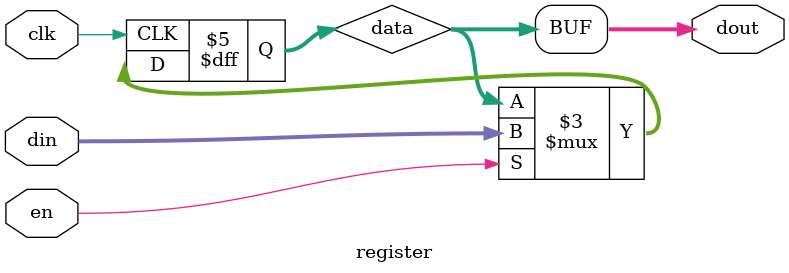
<source format=v>
/*
 * Copyright (c) 2011-2012 Travis Geiselbrecht
 *
 * Permission is hereby granted, free of charge, to any person obtaining
 * a copy of this software and associated documentation files
 * (the "Software"), to deal in the Software without restriction,
 * including without limitation the rights to use, copy, modify, merge,
 * publish, distribute, sublicense, and/or sell copies of the Software,
 * and to permit persons to whom the Software is furnished to do so,
 * subject to the following conditions:
 *
 * The above copyright notice and this permission notice shall be
 * included in all copies or substantial portions of the Software.
 *
 * THE SOFTWARE IS PROVIDED "AS IS", WITHOUT WARRANTY OF ANY KIND,
 * EXPRESS OR IMPLIED, INCLUDING BUT NOT LIMITED TO THE WARRANTIES OF
 * MERCHANTABILITY, FITNESS FOR A PARTICULAR PURPOSE AND NONINFRINGEMENT.
 * IN NO EVENT SHALL THE AUTHORS OR COPYRIGHT HOLDERS BE LIABLE FOR ANY
 * CLAIM, DAMAGES OR OTHER LIABILITY, WHETHER IN AN ACTION OF CONTRACT,
 * TORT OR OTHERWISE, ARISING FROM, OUT OF OR IN CONNECTION WITH THE
 * SOFTWARE OR THE USE OR OTHER DEALINGS IN THE SOFTWARE.
 */

module decoder2 (
    input [1:0] in,
    output out0, out1, out2, out3
    );

reg [3:0] out;

assign out0 = out[0];
assign out1 = out[1];
assign out2 = out[2];
assign out3 = out[3];

always @ (*)
    case (in)
    2'b00: out = 4'b0001;
    2'b01: out = 4'b0010;
    2'b10: out = 4'b0100;
    2'b11: out = 4'b1000;
    endcase

endmodule


module decoder8 (input [2:0] in, output reg [7:0] out);
always @ (*)
  case (in)
    3'b000: out = 8'b00000001;
    3'b001: out = 8'b00000010;
    3'b010: out = 8'b00000100;
    3'b011: out = 8'b00001000;
    3'b100: out = 8'b00010000;
    3'b101: out = 8'b00100000;
    3'b110: out = 8'b01000000;
    3'b111: out = 8'b10000000;
  endcase
endmodule

module decoder8en (input [2:0] in, input en, output reg [7:0] out);
always @ (*)
  if (en)
    case (in)
      3'b000: out = 8'b00000001;
      3'b001: out = 8'b00000010;
      3'b010: out = 8'b00000100;
      3'b011: out = 8'b00001000;
      3'b100: out = 8'b00010000;
      3'b101: out = 8'b00100000;
      3'b110: out = 8'b01000000;
      3'b111: out = 8'b10000000;
    endcase
  else
    out = 8'b00000000;
endmodule

 
module mux2 #(parameter WIDTH=32)
    (
    input sel,
    input [WIDTH-1:0] in0, in1,
    output [WIDTH-1:0] out
    );

assign out = sel ? in1 : in0 ;

endmodule

module mux4 #(parameter WIDTH=32)
   (
    input [1:0] sel,
    input [WIDTH-1:0] in0,in1,in2,in3,
    output reg [WIDTH-1:0] out
    );
always @ (*)
  case (sel)
    2'b00: out <= in0;
    2'b01: out <= in1;
    2'b10: out <= in2;
    2'b11: out <= in3;
  endcase
endmodule


module mux8 #(parameter WIDTH=32) (
    input [2:0] sel,
    input [WIDTH-1:0] in0,in1,in2,in3,in4,in5,in6,in7,
    output reg [WIDTH-1:0] out
    );
always @ (*)
    case (sel)
    3'b000: out <= in0;
    3'b001: out <= in1;
    3'b010: out <= in2;
    3'b011: out <= in3;
    3'b100: out <= in4;
    3'b101: out <= in5;
    3'b110: out <= in6;
    3'b111: out <= in7;
    endcase
endmodule

module mux16 #(parameter WIDTH=32) (
    input [3:0] sel,
    input [WIDTH-1:0] in00,in01,in02,in03,in04,in05,in06,in07,
    input [WIDTH-1:0] in08,in09,in10,in11,in12,in13,in14,in15,
    output reg [WIDTH-1:0] out
    );
always @ (*)
    case (sel)
    4'b0000: out <= in00;
    4'b0001: out <= in01;
    4'b0010: out <= in02;
    4'b0011: out <= in03;
    4'b0100: out <= in04;
    4'b0101: out <= in05;
    4'b0110: out <= in06;
    4'b0111: out <= in07;
    4'b1000: out <= in08;
    4'b1001: out <= in09;
    4'b1010: out <= in10;
    4'b1011: out <= in11;
    4'b1100: out <= in12;
    4'b1101: out <= in13;
    4'b1110: out <= in14;
    4'b1111: out <= in15;
    endcase
endmodule
module register #(parameter WIDTH=32) (
    input clk,
    input en,
    input [WIDTH-1:0] din,
    output [WIDTH-1:0] dout
    );
    
reg [WIDTH-1:0] data;
initial data = 0;
always @ (posedge clk)
    if (en)
        data <= din;
assign dout = data;
endmodule


</source>
